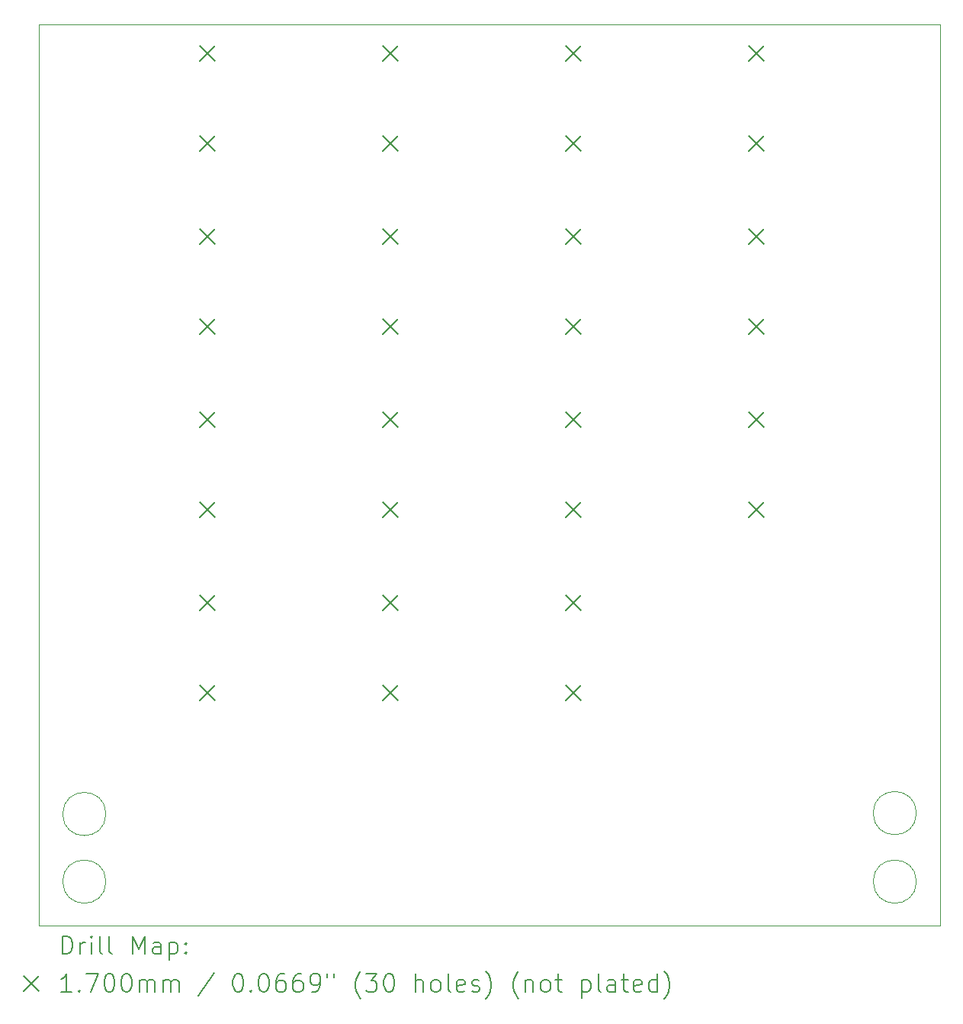
<source format=gbr>
%FSLAX45Y45*%
G04 Gerber Fmt 4.5, Leading zero omitted, Abs format (unit mm)*
G04 Created by KiCad (PCBNEW (6.0.0)) date 2022-03-01 21:05:48*
%MOMM*%
%LPD*%
G01*
G04 APERTURE LIST*
%TA.AperFunction,Profile*%
%ADD10C,0.050000*%
%TD*%
%ADD11C,0.200000*%
%ADD12C,0.170000*%
G04 APERTURE END LIST*
D10*
X18474500Y-14340500D02*
X8474500Y-14340500D01*
X9215000Y-13850000D02*
G75*
G03*
X9215000Y-13850000I-240000J0D01*
G01*
X18215000Y-13850000D02*
G75*
G03*
X18215000Y-13850000I-240000J0D01*
G01*
X18214500Y-13090500D02*
G75*
G03*
X18214500Y-13090500I-240000J0D01*
G01*
X8474500Y-4340500D02*
X18474500Y-4340500D01*
X8474500Y-14340500D02*
X8474500Y-4340500D01*
X18474500Y-4340500D02*
X18474500Y-14340500D01*
X9215000Y-13100000D02*
G75*
G03*
X9215000Y-13100000I-240000J0D01*
G01*
D11*
D12*
X10256800Y-4575200D02*
X10426800Y-4745200D01*
X10426800Y-4575200D02*
X10256800Y-4745200D01*
X10256800Y-5575200D02*
X10426800Y-5745200D01*
X10426800Y-5575200D02*
X10256800Y-5745200D01*
X10256800Y-6607200D02*
X10426800Y-6777200D01*
X10426800Y-6607200D02*
X10256800Y-6777200D01*
X10256800Y-7607200D02*
X10426800Y-7777200D01*
X10426800Y-7607200D02*
X10256800Y-7777200D01*
X10256800Y-8639200D02*
X10426800Y-8809200D01*
X10426800Y-8639200D02*
X10256800Y-8809200D01*
X10256800Y-9639200D02*
X10426800Y-9809200D01*
X10426800Y-9639200D02*
X10256800Y-9809200D01*
X10256800Y-10671200D02*
X10426800Y-10841200D01*
X10426800Y-10671200D02*
X10256800Y-10841200D01*
X10256800Y-11671200D02*
X10426800Y-11841200D01*
X10426800Y-11671200D02*
X10256800Y-11841200D01*
X12288800Y-4575200D02*
X12458800Y-4745200D01*
X12458800Y-4575200D02*
X12288800Y-4745200D01*
X12288800Y-5575200D02*
X12458800Y-5745200D01*
X12458800Y-5575200D02*
X12288800Y-5745200D01*
X12288800Y-6607200D02*
X12458800Y-6777200D01*
X12458800Y-6607200D02*
X12288800Y-6777200D01*
X12288800Y-7607200D02*
X12458800Y-7777200D01*
X12458800Y-7607200D02*
X12288800Y-7777200D01*
X12288800Y-8639200D02*
X12458800Y-8809200D01*
X12458800Y-8639200D02*
X12288800Y-8809200D01*
X12288800Y-9639200D02*
X12458800Y-9809200D01*
X12458800Y-9639200D02*
X12288800Y-9809200D01*
X12288800Y-10671200D02*
X12458800Y-10841200D01*
X12458800Y-10671200D02*
X12288800Y-10841200D01*
X12288800Y-11671200D02*
X12458800Y-11841200D01*
X12458800Y-11671200D02*
X12288800Y-11841200D01*
X14320800Y-4575200D02*
X14490800Y-4745200D01*
X14490800Y-4575200D02*
X14320800Y-4745200D01*
X14320800Y-5575200D02*
X14490800Y-5745200D01*
X14490800Y-5575200D02*
X14320800Y-5745200D01*
X14320800Y-6607200D02*
X14490800Y-6777200D01*
X14490800Y-6607200D02*
X14320800Y-6777200D01*
X14320800Y-7607200D02*
X14490800Y-7777200D01*
X14490800Y-7607200D02*
X14320800Y-7777200D01*
X14320800Y-8639200D02*
X14490800Y-8809200D01*
X14490800Y-8639200D02*
X14320800Y-8809200D01*
X14320800Y-9639200D02*
X14490800Y-9809200D01*
X14490800Y-9639200D02*
X14320800Y-9809200D01*
X14320800Y-10671200D02*
X14490800Y-10841200D01*
X14490800Y-10671200D02*
X14320800Y-10841200D01*
X14320800Y-11671200D02*
X14490800Y-11841200D01*
X14490800Y-11671200D02*
X14320800Y-11841200D01*
X16352800Y-4575200D02*
X16522800Y-4745200D01*
X16522800Y-4575200D02*
X16352800Y-4745200D01*
X16352800Y-5575200D02*
X16522800Y-5745200D01*
X16522800Y-5575200D02*
X16352800Y-5745200D01*
X16352800Y-6607200D02*
X16522800Y-6777200D01*
X16522800Y-6607200D02*
X16352800Y-6777200D01*
X16352800Y-7607200D02*
X16522800Y-7777200D01*
X16522800Y-7607200D02*
X16352800Y-7777200D01*
X16352800Y-8639200D02*
X16522800Y-8809200D01*
X16522800Y-8639200D02*
X16352800Y-8809200D01*
X16352800Y-9639200D02*
X16522800Y-9809200D01*
X16522800Y-9639200D02*
X16352800Y-9809200D01*
D11*
X8729619Y-14653476D02*
X8729619Y-14453476D01*
X8777238Y-14453476D01*
X8805810Y-14463000D01*
X8824857Y-14482048D01*
X8834381Y-14501095D01*
X8843905Y-14539190D01*
X8843905Y-14567762D01*
X8834381Y-14605857D01*
X8824857Y-14624905D01*
X8805810Y-14643952D01*
X8777238Y-14653476D01*
X8729619Y-14653476D01*
X8929619Y-14653476D02*
X8929619Y-14520143D01*
X8929619Y-14558238D02*
X8939143Y-14539190D01*
X8948667Y-14529667D01*
X8967714Y-14520143D01*
X8986762Y-14520143D01*
X9053429Y-14653476D02*
X9053429Y-14520143D01*
X9053429Y-14453476D02*
X9043905Y-14463000D01*
X9053429Y-14472524D01*
X9062952Y-14463000D01*
X9053429Y-14453476D01*
X9053429Y-14472524D01*
X9177238Y-14653476D02*
X9158190Y-14643952D01*
X9148667Y-14624905D01*
X9148667Y-14453476D01*
X9282000Y-14653476D02*
X9262952Y-14643952D01*
X9253429Y-14624905D01*
X9253429Y-14453476D01*
X9510571Y-14653476D02*
X9510571Y-14453476D01*
X9577238Y-14596333D01*
X9643905Y-14453476D01*
X9643905Y-14653476D01*
X9824857Y-14653476D02*
X9824857Y-14548714D01*
X9815333Y-14529667D01*
X9796286Y-14520143D01*
X9758190Y-14520143D01*
X9739143Y-14529667D01*
X9824857Y-14643952D02*
X9805810Y-14653476D01*
X9758190Y-14653476D01*
X9739143Y-14643952D01*
X9729619Y-14624905D01*
X9729619Y-14605857D01*
X9739143Y-14586809D01*
X9758190Y-14577286D01*
X9805810Y-14577286D01*
X9824857Y-14567762D01*
X9920095Y-14520143D02*
X9920095Y-14720143D01*
X9920095Y-14529667D02*
X9939143Y-14520143D01*
X9977238Y-14520143D01*
X9996286Y-14529667D01*
X10005810Y-14539190D01*
X10015333Y-14558238D01*
X10015333Y-14615381D01*
X10005810Y-14634428D01*
X9996286Y-14643952D01*
X9977238Y-14653476D01*
X9939143Y-14653476D01*
X9920095Y-14643952D01*
X10101048Y-14634428D02*
X10110571Y-14643952D01*
X10101048Y-14653476D01*
X10091524Y-14643952D01*
X10101048Y-14634428D01*
X10101048Y-14653476D01*
X10101048Y-14529667D02*
X10110571Y-14539190D01*
X10101048Y-14548714D01*
X10091524Y-14539190D01*
X10101048Y-14529667D01*
X10101048Y-14548714D01*
D12*
X8302000Y-14898000D02*
X8472000Y-15068000D01*
X8472000Y-14898000D02*
X8302000Y-15068000D01*
D11*
X8834381Y-15073476D02*
X8720095Y-15073476D01*
X8777238Y-15073476D02*
X8777238Y-14873476D01*
X8758190Y-14902048D01*
X8739143Y-14921095D01*
X8720095Y-14930619D01*
X8920095Y-15054428D02*
X8929619Y-15063952D01*
X8920095Y-15073476D01*
X8910571Y-15063952D01*
X8920095Y-15054428D01*
X8920095Y-15073476D01*
X8996286Y-14873476D02*
X9129619Y-14873476D01*
X9043905Y-15073476D01*
X9243905Y-14873476D02*
X9262952Y-14873476D01*
X9282000Y-14883000D01*
X9291524Y-14892524D01*
X9301048Y-14911571D01*
X9310571Y-14949667D01*
X9310571Y-14997286D01*
X9301048Y-15035381D01*
X9291524Y-15054428D01*
X9282000Y-15063952D01*
X9262952Y-15073476D01*
X9243905Y-15073476D01*
X9224857Y-15063952D01*
X9215333Y-15054428D01*
X9205810Y-15035381D01*
X9196286Y-14997286D01*
X9196286Y-14949667D01*
X9205810Y-14911571D01*
X9215333Y-14892524D01*
X9224857Y-14883000D01*
X9243905Y-14873476D01*
X9434381Y-14873476D02*
X9453429Y-14873476D01*
X9472476Y-14883000D01*
X9482000Y-14892524D01*
X9491524Y-14911571D01*
X9501048Y-14949667D01*
X9501048Y-14997286D01*
X9491524Y-15035381D01*
X9482000Y-15054428D01*
X9472476Y-15063952D01*
X9453429Y-15073476D01*
X9434381Y-15073476D01*
X9415333Y-15063952D01*
X9405810Y-15054428D01*
X9396286Y-15035381D01*
X9386762Y-14997286D01*
X9386762Y-14949667D01*
X9396286Y-14911571D01*
X9405810Y-14892524D01*
X9415333Y-14883000D01*
X9434381Y-14873476D01*
X9586762Y-15073476D02*
X9586762Y-14940143D01*
X9586762Y-14959190D02*
X9596286Y-14949667D01*
X9615333Y-14940143D01*
X9643905Y-14940143D01*
X9662952Y-14949667D01*
X9672476Y-14968714D01*
X9672476Y-15073476D01*
X9672476Y-14968714D02*
X9682000Y-14949667D01*
X9701048Y-14940143D01*
X9729619Y-14940143D01*
X9748667Y-14949667D01*
X9758190Y-14968714D01*
X9758190Y-15073476D01*
X9853429Y-15073476D02*
X9853429Y-14940143D01*
X9853429Y-14959190D02*
X9862952Y-14949667D01*
X9882000Y-14940143D01*
X9910571Y-14940143D01*
X9929619Y-14949667D01*
X9939143Y-14968714D01*
X9939143Y-15073476D01*
X9939143Y-14968714D02*
X9948667Y-14949667D01*
X9967714Y-14940143D01*
X9996286Y-14940143D01*
X10015333Y-14949667D01*
X10024857Y-14968714D01*
X10024857Y-15073476D01*
X10415333Y-14863952D02*
X10243905Y-15121095D01*
X10672476Y-14873476D02*
X10691524Y-14873476D01*
X10710571Y-14883000D01*
X10720095Y-14892524D01*
X10729619Y-14911571D01*
X10739143Y-14949667D01*
X10739143Y-14997286D01*
X10729619Y-15035381D01*
X10720095Y-15054428D01*
X10710571Y-15063952D01*
X10691524Y-15073476D01*
X10672476Y-15073476D01*
X10653429Y-15063952D01*
X10643905Y-15054428D01*
X10634381Y-15035381D01*
X10624857Y-14997286D01*
X10624857Y-14949667D01*
X10634381Y-14911571D01*
X10643905Y-14892524D01*
X10653429Y-14883000D01*
X10672476Y-14873476D01*
X10824857Y-15054428D02*
X10834381Y-15063952D01*
X10824857Y-15073476D01*
X10815333Y-15063952D01*
X10824857Y-15054428D01*
X10824857Y-15073476D01*
X10958190Y-14873476D02*
X10977238Y-14873476D01*
X10996286Y-14883000D01*
X11005810Y-14892524D01*
X11015333Y-14911571D01*
X11024857Y-14949667D01*
X11024857Y-14997286D01*
X11015333Y-15035381D01*
X11005810Y-15054428D01*
X10996286Y-15063952D01*
X10977238Y-15073476D01*
X10958190Y-15073476D01*
X10939143Y-15063952D01*
X10929619Y-15054428D01*
X10920095Y-15035381D01*
X10910571Y-14997286D01*
X10910571Y-14949667D01*
X10920095Y-14911571D01*
X10929619Y-14892524D01*
X10939143Y-14883000D01*
X10958190Y-14873476D01*
X11196286Y-14873476D02*
X11158190Y-14873476D01*
X11139143Y-14883000D01*
X11129619Y-14892524D01*
X11110571Y-14921095D01*
X11101048Y-14959190D01*
X11101048Y-15035381D01*
X11110571Y-15054428D01*
X11120095Y-15063952D01*
X11139143Y-15073476D01*
X11177238Y-15073476D01*
X11196286Y-15063952D01*
X11205809Y-15054428D01*
X11215333Y-15035381D01*
X11215333Y-14987762D01*
X11205809Y-14968714D01*
X11196286Y-14959190D01*
X11177238Y-14949667D01*
X11139143Y-14949667D01*
X11120095Y-14959190D01*
X11110571Y-14968714D01*
X11101048Y-14987762D01*
X11386762Y-14873476D02*
X11348667Y-14873476D01*
X11329619Y-14883000D01*
X11320095Y-14892524D01*
X11301048Y-14921095D01*
X11291524Y-14959190D01*
X11291524Y-15035381D01*
X11301048Y-15054428D01*
X11310571Y-15063952D01*
X11329619Y-15073476D01*
X11367714Y-15073476D01*
X11386762Y-15063952D01*
X11396286Y-15054428D01*
X11405809Y-15035381D01*
X11405809Y-14987762D01*
X11396286Y-14968714D01*
X11386762Y-14959190D01*
X11367714Y-14949667D01*
X11329619Y-14949667D01*
X11310571Y-14959190D01*
X11301048Y-14968714D01*
X11291524Y-14987762D01*
X11501048Y-15073476D02*
X11539143Y-15073476D01*
X11558190Y-15063952D01*
X11567714Y-15054428D01*
X11586762Y-15025857D01*
X11596286Y-14987762D01*
X11596286Y-14911571D01*
X11586762Y-14892524D01*
X11577238Y-14883000D01*
X11558190Y-14873476D01*
X11520095Y-14873476D01*
X11501048Y-14883000D01*
X11491524Y-14892524D01*
X11482000Y-14911571D01*
X11482000Y-14959190D01*
X11491524Y-14978238D01*
X11501048Y-14987762D01*
X11520095Y-14997286D01*
X11558190Y-14997286D01*
X11577238Y-14987762D01*
X11586762Y-14978238D01*
X11596286Y-14959190D01*
X11672476Y-14873476D02*
X11672476Y-14911571D01*
X11748667Y-14873476D02*
X11748667Y-14911571D01*
X12043905Y-15149667D02*
X12034381Y-15140143D01*
X12015333Y-15111571D01*
X12005809Y-15092524D01*
X11996286Y-15063952D01*
X11986762Y-15016333D01*
X11986762Y-14978238D01*
X11996286Y-14930619D01*
X12005809Y-14902048D01*
X12015333Y-14883000D01*
X12034381Y-14854428D01*
X12043905Y-14844905D01*
X12101048Y-14873476D02*
X12224857Y-14873476D01*
X12158190Y-14949667D01*
X12186762Y-14949667D01*
X12205809Y-14959190D01*
X12215333Y-14968714D01*
X12224857Y-14987762D01*
X12224857Y-15035381D01*
X12215333Y-15054428D01*
X12205809Y-15063952D01*
X12186762Y-15073476D01*
X12129619Y-15073476D01*
X12110571Y-15063952D01*
X12101048Y-15054428D01*
X12348667Y-14873476D02*
X12367714Y-14873476D01*
X12386762Y-14883000D01*
X12396286Y-14892524D01*
X12405809Y-14911571D01*
X12415333Y-14949667D01*
X12415333Y-14997286D01*
X12405809Y-15035381D01*
X12396286Y-15054428D01*
X12386762Y-15063952D01*
X12367714Y-15073476D01*
X12348667Y-15073476D01*
X12329619Y-15063952D01*
X12320095Y-15054428D01*
X12310571Y-15035381D01*
X12301048Y-14997286D01*
X12301048Y-14949667D01*
X12310571Y-14911571D01*
X12320095Y-14892524D01*
X12329619Y-14883000D01*
X12348667Y-14873476D01*
X12653428Y-15073476D02*
X12653428Y-14873476D01*
X12739143Y-15073476D02*
X12739143Y-14968714D01*
X12729619Y-14949667D01*
X12710571Y-14940143D01*
X12682000Y-14940143D01*
X12662952Y-14949667D01*
X12653428Y-14959190D01*
X12862952Y-15073476D02*
X12843905Y-15063952D01*
X12834381Y-15054428D01*
X12824857Y-15035381D01*
X12824857Y-14978238D01*
X12834381Y-14959190D01*
X12843905Y-14949667D01*
X12862952Y-14940143D01*
X12891524Y-14940143D01*
X12910571Y-14949667D01*
X12920095Y-14959190D01*
X12929619Y-14978238D01*
X12929619Y-15035381D01*
X12920095Y-15054428D01*
X12910571Y-15063952D01*
X12891524Y-15073476D01*
X12862952Y-15073476D01*
X13043905Y-15073476D02*
X13024857Y-15063952D01*
X13015333Y-15044905D01*
X13015333Y-14873476D01*
X13196286Y-15063952D02*
X13177238Y-15073476D01*
X13139143Y-15073476D01*
X13120095Y-15063952D01*
X13110571Y-15044905D01*
X13110571Y-14968714D01*
X13120095Y-14949667D01*
X13139143Y-14940143D01*
X13177238Y-14940143D01*
X13196286Y-14949667D01*
X13205809Y-14968714D01*
X13205809Y-14987762D01*
X13110571Y-15006809D01*
X13282000Y-15063952D02*
X13301048Y-15073476D01*
X13339143Y-15073476D01*
X13358190Y-15063952D01*
X13367714Y-15044905D01*
X13367714Y-15035381D01*
X13358190Y-15016333D01*
X13339143Y-15006809D01*
X13310571Y-15006809D01*
X13291524Y-14997286D01*
X13282000Y-14978238D01*
X13282000Y-14968714D01*
X13291524Y-14949667D01*
X13310571Y-14940143D01*
X13339143Y-14940143D01*
X13358190Y-14949667D01*
X13434381Y-15149667D02*
X13443905Y-15140143D01*
X13462952Y-15111571D01*
X13472476Y-15092524D01*
X13482000Y-15063952D01*
X13491524Y-15016333D01*
X13491524Y-14978238D01*
X13482000Y-14930619D01*
X13472476Y-14902048D01*
X13462952Y-14883000D01*
X13443905Y-14854428D01*
X13434381Y-14844905D01*
X13796286Y-15149667D02*
X13786762Y-15140143D01*
X13767714Y-15111571D01*
X13758190Y-15092524D01*
X13748667Y-15063952D01*
X13739143Y-15016333D01*
X13739143Y-14978238D01*
X13748667Y-14930619D01*
X13758190Y-14902048D01*
X13767714Y-14883000D01*
X13786762Y-14854428D01*
X13796286Y-14844905D01*
X13872476Y-14940143D02*
X13872476Y-15073476D01*
X13872476Y-14959190D02*
X13882000Y-14949667D01*
X13901048Y-14940143D01*
X13929619Y-14940143D01*
X13948667Y-14949667D01*
X13958190Y-14968714D01*
X13958190Y-15073476D01*
X14082000Y-15073476D02*
X14062952Y-15063952D01*
X14053428Y-15054428D01*
X14043905Y-15035381D01*
X14043905Y-14978238D01*
X14053428Y-14959190D01*
X14062952Y-14949667D01*
X14082000Y-14940143D01*
X14110571Y-14940143D01*
X14129619Y-14949667D01*
X14139143Y-14959190D01*
X14148667Y-14978238D01*
X14148667Y-15035381D01*
X14139143Y-15054428D01*
X14129619Y-15063952D01*
X14110571Y-15073476D01*
X14082000Y-15073476D01*
X14205809Y-14940143D02*
X14282000Y-14940143D01*
X14234381Y-14873476D02*
X14234381Y-15044905D01*
X14243905Y-15063952D01*
X14262952Y-15073476D01*
X14282000Y-15073476D01*
X14501048Y-14940143D02*
X14501048Y-15140143D01*
X14501048Y-14949667D02*
X14520095Y-14940143D01*
X14558190Y-14940143D01*
X14577238Y-14949667D01*
X14586762Y-14959190D01*
X14596286Y-14978238D01*
X14596286Y-15035381D01*
X14586762Y-15054428D01*
X14577238Y-15063952D01*
X14558190Y-15073476D01*
X14520095Y-15073476D01*
X14501048Y-15063952D01*
X14710571Y-15073476D02*
X14691524Y-15063952D01*
X14682000Y-15044905D01*
X14682000Y-14873476D01*
X14872476Y-15073476D02*
X14872476Y-14968714D01*
X14862952Y-14949667D01*
X14843905Y-14940143D01*
X14805809Y-14940143D01*
X14786762Y-14949667D01*
X14872476Y-15063952D02*
X14853428Y-15073476D01*
X14805809Y-15073476D01*
X14786762Y-15063952D01*
X14777238Y-15044905D01*
X14777238Y-15025857D01*
X14786762Y-15006809D01*
X14805809Y-14997286D01*
X14853428Y-14997286D01*
X14872476Y-14987762D01*
X14939143Y-14940143D02*
X15015333Y-14940143D01*
X14967714Y-14873476D02*
X14967714Y-15044905D01*
X14977238Y-15063952D01*
X14996286Y-15073476D01*
X15015333Y-15073476D01*
X15158190Y-15063952D02*
X15139143Y-15073476D01*
X15101048Y-15073476D01*
X15082000Y-15063952D01*
X15072476Y-15044905D01*
X15072476Y-14968714D01*
X15082000Y-14949667D01*
X15101048Y-14940143D01*
X15139143Y-14940143D01*
X15158190Y-14949667D01*
X15167714Y-14968714D01*
X15167714Y-14987762D01*
X15072476Y-15006809D01*
X15339143Y-15073476D02*
X15339143Y-14873476D01*
X15339143Y-15063952D02*
X15320095Y-15073476D01*
X15282000Y-15073476D01*
X15262952Y-15063952D01*
X15253428Y-15054428D01*
X15243905Y-15035381D01*
X15243905Y-14978238D01*
X15253428Y-14959190D01*
X15262952Y-14949667D01*
X15282000Y-14940143D01*
X15320095Y-14940143D01*
X15339143Y-14949667D01*
X15415333Y-15149667D02*
X15424857Y-15140143D01*
X15443905Y-15111571D01*
X15453428Y-15092524D01*
X15462952Y-15063952D01*
X15472476Y-15016333D01*
X15472476Y-14978238D01*
X15462952Y-14930619D01*
X15453428Y-14902048D01*
X15443905Y-14883000D01*
X15424857Y-14854428D01*
X15415333Y-14844905D01*
M02*

</source>
